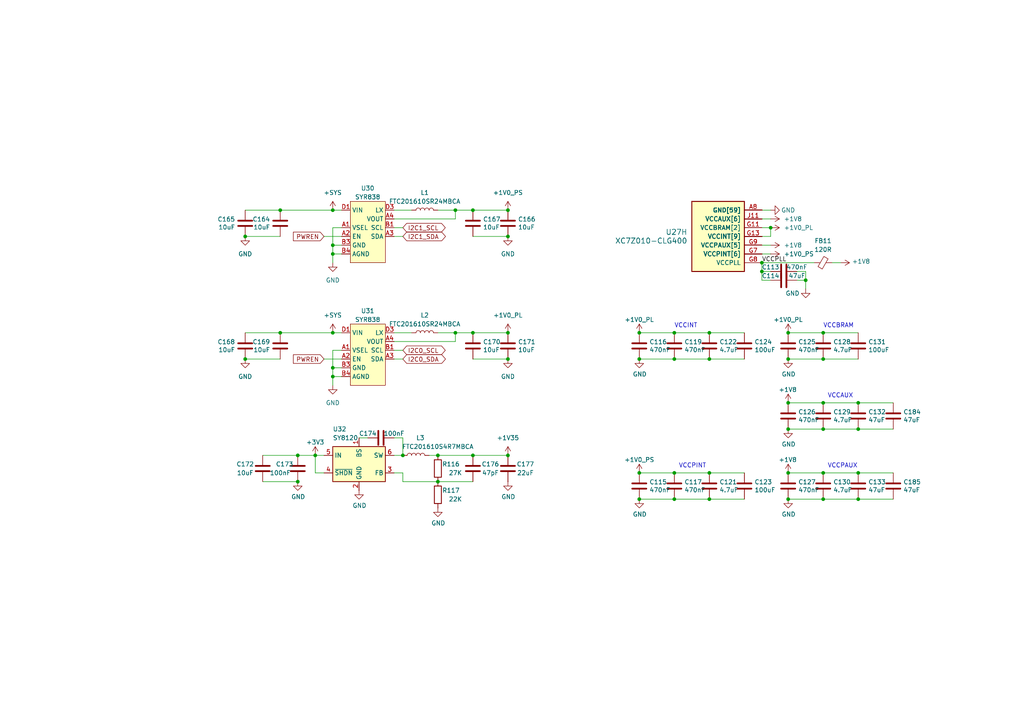
<source format=kicad_sch>
(kicad_sch (version 20231120) (generator "eeschema") (generator_version "8.0")
  (paper "A4")
  (title_block (title "Sitina 1 Mainboard") (date "2023-03-16") (rev "R0.6") (company "Copyright 2023 Wenting Zhang"))
  (junction (at 137.16 96.52))
  (junction (at 127 139.7) (diameter 0.9144))
  (junction (at 195.58 137.16))
  (junction (at 96.52 73.66))
  (junction (at 248.92 124.46))
  (junction (at 147.32 96.52))
  (junction (at 96.52 60.96))
  (junction (at 228.6 137.16))
  (junction (at 185.42 144.78))
  (junction (at 147.32 132.08))
  (junction (at 116.84 132.08))
  (junction (at 195.58 96.52))
  (junction (at 147.32 104.14))
  (junction (at 248.92 144.78))
  (junction (at 220.98 78.74))
  (junction (at 147.32 68.58))
  (junction (at 71.12 104.14))
  (junction (at 86.36 139.7) (diameter 0.9144))
  (junction (at 205.74 104.14))
  (junction (at 238.76 116.84))
  (junction (at 223.52 66.04))
  (junction (at 137.16 60.96))
  (junction (at 228.6 104.14))
  (junction (at 132.08 60.96))
  (junction (at 228.6 96.52))
  (junction (at 147.32 60.96))
  (junction (at 238.76 104.14))
  (junction (at 233.68 81.28))
  (junction (at 238.76 144.78))
  (junction (at 185.42 96.52))
  (junction (at 195.58 104.14))
  (junction (at 91.44 132.08) (diameter 0.9144))
  (junction (at 71.12 68.58))
  (junction (at 132.08 96.52))
  (junction (at 238.76 137.16))
  (junction (at 185.42 104.14))
  (junction (at 96.52 71.12))
  (junction (at 86.36 132.08))
  (junction (at 205.74 144.78))
  (junction (at 195.58 144.78))
  (junction (at 137.16 132.08))
  (junction (at 96.52 109.22))
  (junction (at 220.98 76.2))
  (junction (at 248.92 116.84))
  (junction (at 81.28 96.52))
  (junction (at 205.74 96.52))
  (junction (at 127 132.08) (diameter 0.9144))
  (junction (at 96.52 106.68))
  (junction (at 228.6 116.84))
  (junction (at 238.76 124.46))
  (junction (at 185.42 137.16))
  (junction (at 81.28 60.96))
  (junction (at 248.92 137.16))
  (junction (at 205.74 137.16))
  (junction (at 238.76 96.52))
  (junction (at 228.6 124.46))
  (junction (at 96.52 96.52))
  (junction (at 228.6 144.78))
  (wire (pts (xy 96.52 73.66) (xy 96.52 76.2)))
  (wire (pts (xy 220.98 81.28) (xy 223.52 81.28)))
  (wire (pts (xy 195.58 137.16) (xy 205.74 137.16)))
  (wire (pts (xy 114.3 66.04) (xy 116.84 66.04)))
  (wire (pts (xy 96.52 101.6) (xy 96.52 106.68)))
  (wire (pts (xy 91.44 132.08) (xy 93.98 132.08)))
  (wire (pts (xy 132.08 96.52) (xy 137.16 96.52)))
  (wire (pts (xy 96.52 106.68) (xy 99.06 106.68)))
  (wire (pts (xy 114.3 104.14) (xy 116.84 104.14)))
  (wire (pts (xy 114.3 127) (xy 116.84 127)))
  (wire (pts (xy 220.98 68.58) (xy 223.52 68.58)))
  (wire (pts (xy 147.32 68.58) (xy 137.16 68.58)))
  (wire (pts (xy 114.3 99.06) (xy 132.08 99.06)))
  (wire (pts (xy 114.3 60.96) (xy 119.38 60.96)))
  (wire (pts (xy 114.3 68.58) (xy 116.84 68.58)))
  (wire (pts (xy 228.6 96.52) (xy 238.76 96.52)))
  (wire (pts (xy 96.52 73.66) (xy 99.06 73.66)))
  (wire (pts (xy 71.12 60.96) (xy 81.28 60.96)))
  (wire (pts (xy 220.98 60.96) (xy 223.52 60.96)))
  (wire (pts (xy 238.76 116.84) (xy 248.92 116.84)))
  (wire (pts (xy 116.84 132.08) (xy 114.3 132.08)))
  (wire (pts (xy 116.84 127) (xy 116.84 132.08)))
  (wire (pts (xy 220.98 78.74) (xy 223.52 78.74)))
  (wire (pts (xy 205.74 137.16) (xy 215.9 137.16)))
  (wire (pts (xy 248.92 124.46) (xy 259.08 124.46)))
  (wire (pts (xy 81.28 96.52) (xy 96.52 96.52)))
  (wire (pts (xy 195.58 96.52) (xy 205.74 96.52)))
  (wire (pts (xy 76.2 132.08) (xy 86.36 132.08)))
  (wire (pts (xy 223.52 66.04) (xy 223.52 68.58)))
  (wire (pts (xy 96.52 71.12) (xy 96.52 73.66)))
  (wire (pts (xy 71.12 68.58) (xy 81.28 68.58)))
  (wire (pts (xy 96.52 66.04) (xy 96.52 71.12)))
  (wire (pts (xy 195.58 104.14) (xy 205.74 104.14)))
  (wire (pts (xy 96.52 109.22) (xy 96.52 111.76)))
  (wire (pts (xy 127 139.7) (xy 137.16 139.7)))
  (wire (pts (xy 96.52 106.68) (xy 96.52 109.22)))
  (wire (pts (xy 93.98 68.58) (xy 99.06 68.58)))
  (wire (pts (xy 99.06 101.6) (xy 96.52 101.6)))
  (wire (pts (xy 220.98 73.66) (xy 223.52 73.66)))
  (wire (pts (xy 241.3 76.2) (xy 243.84 76.2)))
  (wire (pts (xy 228.6 144.78) (xy 238.76 144.78)))
  (wire (pts (xy 205.74 144.78) (xy 215.9 144.78)))
  (wire (pts (xy 185.42 96.52) (xy 195.58 96.52)))
  (wire (pts (xy 137.16 132.08) (xy 147.32 132.08)))
  (wire (pts (xy 238.76 137.16) (xy 248.92 137.16)))
  (wire (pts (xy 127 132.08) (xy 124.46 132.08)))
  (wire (pts (xy 104.14 127) (xy 106.68 127)))
  (wire (pts (xy 81.28 60.96) (xy 96.52 60.96)))
  (wire (pts (xy 76.2 139.7) (xy 86.36 139.7)))
  (wire (pts (xy 233.68 78.74) (xy 233.68 81.28)))
  (wire (pts (xy 220.98 71.12) (xy 223.52 71.12)))
  (wire (pts (xy 185.42 137.16) (xy 195.58 137.16)))
  (wire (pts (xy 96.52 71.12) (xy 99.06 71.12)))
  (wire (pts (xy 228.6 104.14) (xy 238.76 104.14)))
  (wire (pts (xy 132.08 99.06) (xy 132.08 96.52)))
  (wire (pts (xy 147.32 104.14) (xy 137.16 104.14)))
  (wire (pts (xy 91.44 132.08) (xy 91.44 137.16)))
  (wire (pts (xy 220.98 76.2) (xy 236.22 76.2)))
  (wire (pts (xy 248.92 144.78) (xy 259.08 144.78)))
  (wire (pts (xy 137.16 60.96) (xy 147.32 60.96)))
  (wire (pts (xy 220.98 66.04) (xy 223.52 66.04)))
  (wire (pts (xy 114.3 63.5) (xy 132.08 63.5)))
  (wire (pts (xy 228.6 116.84) (xy 238.76 116.84)))
  (wire (pts (xy 228.6 137.16) (xy 238.76 137.16)))
  (wire (pts (xy 132.08 60.96) (xy 137.16 60.96)))
  (wire (pts (xy 127 132.08) (xy 137.16 132.08)))
  (wire (pts (xy 96.52 96.52) (xy 99.06 96.52)))
  (wire (pts (xy 99.06 66.04) (xy 96.52 66.04)))
  (wire (pts (xy 238.76 124.46) (xy 248.92 124.46)))
  (wire (pts (xy 238.76 96.52) (xy 248.92 96.52)))
  (wire (pts (xy 231.14 81.28) (xy 233.68 81.28)))
  (wire (pts (xy 93.98 104.14) (xy 99.06 104.14)))
  (wire (pts (xy 116.84 137.16) (xy 116.84 139.7)))
  (wire (pts (xy 96.52 60.96) (xy 99.06 60.96)))
  (wire (pts (xy 205.74 96.52) (xy 215.9 96.52)))
  (wire (pts (xy 71.12 104.14) (xy 81.28 104.14)))
  (wire (pts (xy 220.98 63.5) (xy 223.52 63.5)))
  (wire (pts (xy 220.98 76.2) (xy 220.98 78.74)))
  (wire (pts (xy 220.98 78.74) (xy 220.98 81.28)))
  (wire (pts (xy 248.92 137.16) (xy 259.08 137.16)))
  (wire (pts (xy 71.12 96.52) (xy 81.28 96.52)))
  (wire (pts (xy 132.08 60.96) (xy 127 60.96)))
  (wire (pts (xy 132.08 96.52) (xy 127 96.52)))
  (wire (pts (xy 233.68 81.28) (xy 233.68 83.82)))
  (wire (pts (xy 248.92 116.84) (xy 259.08 116.84)))
  (wire (pts (xy 137.16 96.52) (xy 147.32 96.52)))
  (wire (pts (xy 114.3 96.52) (xy 119.38 96.52)))
  (wire (pts (xy 114.3 101.6) (xy 116.84 101.6)))
  (wire (pts (xy 238.76 144.78) (xy 248.92 144.78)))
  (wire (pts (xy 205.74 104.14) (xy 215.9 104.14)))
  (wire (pts (xy 127 139.7) (xy 116.84 139.7)))
  (wire (pts (xy 238.76 104.14) (xy 248.92 104.14)))
  (wire (pts (xy 96.52 109.22) (xy 99.06 109.22)))
  (wire (pts (xy 231.14 78.74) (xy 233.68 78.74)))
  (wire (pts (xy 185.42 104.14) (xy 195.58 104.14)))
  (wire (pts (xy 185.42 144.78) (xy 195.58 144.78)))
  (wire (pts (xy 93.98 137.16) (xy 91.44 137.16)))
  (wire (pts (xy 195.58 144.78) (xy 205.74 144.78)))
  (wire (pts (xy 114.3 137.16) (xy 116.84 137.16)))
  (wire (pts (xy 132.08 63.5) (xy 132.08 60.96)))
  (wire (pts (xy 86.36 132.08) (xy 91.44 132.08)))
  (wire (pts (xy 228.6 124.46) (xy 238.76 124.46)))
  (text "VCCPINT" (at 196.85 135.89 0) (effects (font (size 1.27 1.27)) (justify left bottom)))
  (text "VCCBRAM" (at 238.76 95.25 0) (effects (font (size 1.27 1.27)) (justify left bottom)))
  (text "VCCINT" (at 195.58 95.25 0) (effects (font (size 1.27 1.27)) (justify left bottom)))
  (text "VCCPAUX" (at 240.03 135.89 0) (effects (font (size 1.27 1.27)) (justify left bottom)))
  (text "VCCAUX" (at 240.03 115.57 0) (effects (font (size 1.27 1.27)) (justify left bottom)))
  (label "VCCPLL" (at 220.98 76.2 0))
  (global_label "PWREN" (shape input) (at 93.98 68.58 180) (property "Intersheetrefs" "${INTERSHEET_REFS}" (effects (hide yes))))
  (global_label "I2C1_SDA" (shape bidirectional) (at 116.84 68.58 0) (property "Intersheetrefs" "${INTERSHEET_REFS}" (effects (hide yes))))
  (global_label "PWREN" (shape input) (at 93.98 104.14 180) (property "Intersheetrefs" "${INTERSHEET_REFS}" (effects (hide yes))))
  (global_label "I2C0_SDA" (shape bidirectional) (at 116.84 104.14 0) (property "Intersheetrefs" "${INTERSHEET_REFS}" (effects (hide yes))))
  (global_label "I2C0_SCL" (shape bidirectional) (at 116.84 101.6 0) (property "Intersheetrefs" "${INTERSHEET_REFS}" (effects (hide yes))))
  (global_label "I2C1_SCL" (shape bidirectional) (at 116.84 66.04 0) (property "Intersheetrefs" "${INTERSHEET_REFS}" (effects (hide yes))))
  (symbol (lib_id "power:+1V0") (at 223.52 73.66 270) (unit 1)
    (property "Reference" "#PWR0214" (effects (hide yes)))
    (property "Value" "+1V0_PS" (at 227.33 73.6599 90) (effects (justify left)))
    (property "Description" "Power symbol creates a global label with name \"+1V0\"" (effects (hide yes)))
  )
  (symbol (lib_id "Device:L") (at 123.19 60.96 90) (unit 1)
    (property "Reference" "L1" (at 123.19 55.88 90))
    (property "Value" "FTC201610SR24MBCA" (at 123.19 58.42 90))
    (property "Footprint" "Inductor_SMD:L_Murata_DFE201610P" (effects (hide yes)))
  )
  (symbol (lib_id "Device:C") (at 110.49 127 270) (unit 1)
    (property "Reference" "C174" (at 106.68 125.73 90))
    (property "Value" "100nF" (at 114.3 125.73 90))
    (property "Footprint" "Capacitor_SMD:C_0402_1005Metric" (effects (hide yes)))
  )
  (symbol (lib_id "power:+3V3") (at 91.44 132.08 0) (unit 1)
    (property "Reference" "#PWR0283" (effects (hide yes)))
    (property "Value" "+3V3" (at 91.44 128.27 0))
  )
  (symbol (lib_id "Device:C") (at 227.33 81.28 270) (unit 1)
    (property "Reference" "C114" (at 223.52 80.01 90))
    (property "Value" "47uF" (at 231.14 80.01 90))
    (property "Footprint" "Capacitor_SMD:C_0805_2012Metric" (effects (hide yes)))
  )
  (symbol (lib_id "Device:C") (at 259.08 120.65 0) (unit 1)
    (property "Reference" "C184" (at 262.001 119.4816 0) (effects (justify left)))
    (property "Value" "47uF" (at 262.001 121.793 0) (effects (justify left)))
    (property "Footprint" "Capacitor_SMD:C_0603_1608Metric" (effects (hide yes)))
  )
  (symbol (lib_id "power:+1V0") (at 228.6 96.52 0) (unit 1)
    (property "Reference" "#PWR0234" (effects (hide yes)))
    (property "Value" "+1V0_PL" (at 228.6 92.71 0))
    (property "Description" "Power symbol creates a global label with name \"+1V0\"" (effects (hide yes)))
  )
  (symbol (lib_id "power:+1V8") (at 228.6 116.84 0) (mirror y) (unit 1)
    (property "Reference" "#PWR0240" (effects (hide yes)))
    (property "Value" "+1V8" (at 231.14 113.03 0) (effects (justify left)))
  )
  (symbol (lib_id "power:GND") (at 71.12 68.58 0) (unit 1)
    (property "Reference" "#PWR0275" (effects (hide yes)))
    (property "Value" "GND" (at 71.12 73.66 0))
    (property "Description" "Power symbol creates a global label with name \"GND\" , ground" (effects (hide yes)))
  )
  (symbol (lib_id "power:GND") (at 228.6 144.78 0) (unit 1)
    (property "Reference" "#PWR0243" (effects (hide yes)))
    (property "Value" "GND" (at 228.727 149.1742 0))
  )
  (symbol (lib_id "power:+1V0") (at 147.32 96.52 0) (unit 1)
    (property "Reference" "#PWR0281" (effects (hide yes)))
    (property "Value" "+1V0_PL" (at 147.32 91.44 0))
    (property "Description" "Power symbol creates a global label with name \"+1V0\"" (effects (hide yes)))
  )
  (symbol (lib_id "Device:C") (at 147.32 64.77 0) (unit 1)
    (property "Reference" "C166" (at 150.241 63.6016 0) (effects (justify left)))
    (property "Value" "10uF" (at 150.241 65.913 0) (effects (justify left)))
    (property "Footprint" "Capacitor_SMD:C_0603_1608Metric" (effects (hide yes)))
  )
  (symbol (lib_id "Device:C") (at 185.42 100.33 0) (unit 1)
    (property "Reference" "C116" (at 188.341 99.1616 0) (effects (justify left)))
    (property "Value" "470nF" (at 188.341 101.473 0) (effects (justify left)))
    (property "Footprint" "Capacitor_SMD:C_0402_1005Metric" (effects (hide yes)))
  )
  (symbol (lib_id "power:GND") (at 127 147.32 0) (unit 1)
    (property "Reference" "#PWR0287" (effects (hide yes)))
    (property "Value" "GND" (at 127.127 151.7142 0))
  )
  (symbol (lib_id "Device:R") (at 127 135.89 180) (unit 1)
    (property "Reference" "R116" (at 130.81 134.62 0))
    (property "Value" "27K" (at 132.08 137.16 0))
    (property "Footprint" "Resistor_SMD:R_0402_1005Metric" (effects (hide yes)))
  )
  (symbol (lib_id "Device:C") (at 76.2 135.89 0) (mirror y) (unit 1)
    (property "Reference" "C172" (at 71.12 134.62 0))
    (property "Value" "10uF" (at 71.12 137.16 0))
    (property "Footprint" "Capacitor_SMD:C_0603_1608Metric" (effects (hide yes)))
  )
  (symbol (lib_id "power:+1V35") (at 147.32 132.08 0) (unit 1)
    (property "Reference" "#PWR0284" (effects (hide yes)))
    (property "Value" "+1V35" (at 147.32 127 0))
    (property "Description" "Power symbol creates a global label with name \"+1V35\"" (effects (hide yes)))
  )
  (symbol (lib_id "power:+1V8") (at 223.52 63.5 270) (mirror x) (unit 1)
    (property "Reference" "#PWR0213" (effects (hide yes)))
    (property "Value" "+1V8" (at 227.33 63.5 90) (effects (justify left)))
  )
  (symbol (lib_id "power:GND") (at 228.6 124.46 0) (unit 1)
    (property "Reference" "#PWR0241" (effects (hide yes)))
    (property "Value" "GND" (at 228.727 128.8542 0))
  )
  (symbol (lib_id "symbols:XC7Z007S-CLG400") (at 220.98 60.96 0) (mirror y) (unit 8)
    (property "Reference" "U27" (at 199.39 67.31 0) (effects (font (size 1.524 1.524)) (justify left)))
    (property "Value" "XC7Z010-CLG400" (at 199.39 69.85 0) (effects (font (size 1.524 1.524)) (justify left)))
    (property "Footprint" "Package_BGA:Xilinx_CLG400" (effects (hide yes)))
    (property "desc" "xc7z007sclg400" (effects (hide yes)))
  )
  (symbol (lib_id "power:GND") (at 104.14 142.24 0) (unit 1)
    (property "Reference" "#PWR0285" (effects (hide yes)))
    (property "Value" "GND" (at 104.267 146.6342 0))
  )
  (symbol (lib_id "power:GND") (at 96.52 76.2 0) (unit 1)
    (property "Reference" "#PWR0274" (effects (hide yes)))
    (property "Value" "GND" (at 96.52 81.28 0))
    (property "Description" "Power symbol creates a global label with name \"GND\" , ground" (effects (hide yes)))
  )
  (symbol (lib_id "Device:C") (at 81.28 100.33 0) (mirror y) (unit 1)
    (property "Reference" "C169" (at 78.359 99.1616 0) (effects (justify left)))
    (property "Value" "10uF" (at 78.359 101.473 0) (effects (justify left)))
    (property "Footprint" "Capacitor_SMD:C_0603_1608Metric" (effects (hide yes)))
  )
  (symbol (lib_id "power:GND") (at 147.32 139.7 0) (unit 1)
    (property "Reference" "#PWR0289" (effects (hide yes)))
    (property "Value" "GND" (at 147.447 144.0942 0))
  )
  (symbol (lib_id "power:+1V8") (at 243.84 76.2 270) (mirror x) (unit 1)
    (property "Reference" "#PWR0225" (effects (hide yes)))
    (property "Value" "+1V8" (at 247.0912 75.819 90) (effects (justify left)))
  )
  (symbol (lib_id "power:GND") (at 71.12 104.14 0) (unit 1)
    (property "Reference" "#PWR0278" (effects (hide yes)))
    (property "Value" "GND" (at 71.12 109.22 0))
    (property "Description" "Power symbol creates a global label with name \"GND\" , ground" (effects (hide yes)))
  )
  (symbol (lib_id "Device:C") (at 228.6 120.65 0) (unit 1)
    (property "Reference" "C126" (at 231.521 119.4816 0) (effects (justify left)))
    (property "Value" "470nF" (at 231.521 121.793 0) (effects (justify left)))
    (property "Footprint" "Capacitor_SMD:C_0402_1005Metric" (effects (hide yes)))
  )
  (symbol (lib_id "power:GND") (at 96.52 111.76 0) (unit 1)
    (property "Reference" "#PWR0280" (effects (hide yes)))
    (property "Value" "GND" (at 96.52 116.84 0))
    (property "Description" "Power symbol creates a global label with name \"GND\" , ground" (effects (hide yes)))
  )
  (symbol (lib_id "Device:C") (at 238.76 100.33 0) (unit 1)
    (property "Reference" "C128" (at 241.681 99.1616 0) (effects (justify left)))
    (property "Value" "4.7uF" (at 241.681 101.473 0) (effects (justify left)))
    (property "Footprint" "Capacitor_SMD:C_0603_1608Metric" (effects (hide yes)))
  )
  (symbol (lib_id "Device:C") (at 248.92 140.97 0) (unit 1)
    (property "Reference" "C133" (at 251.841 139.8016 0) (effects (justify left)))
    (property "Value" "47uF" (at 251.841 142.113 0) (effects (justify left)))
    (property "Footprint" "Capacitor_SMD:C_0603_1608Metric" (effects (hide yes)))
  )
  (symbol (lib_id "power:+1V0") (at 223.52 66.04 270) (unit 1)
    (property "Reference" "#PWR0215" (effects (hide yes)))
    (property "Value" "+1V0_PL" (at 227.33 66.0399 90) (effects (justify left)))
    (property "Description" "Power symbol creates a global label with name \"+1V0\"" (effects (hide yes)))
  )
  (symbol (lib_id "Device:C") (at 81.28 64.77 0) (mirror y) (unit 1)
    (property "Reference" "C164" (at 78.359 63.6016 0) (effects (justify left)))
    (property "Value" "10uF" (at 78.359 65.913 0) (effects (justify left)))
    (property "Footprint" "Capacitor_SMD:C_0603_1608Metric" (effects (hide yes)))
  )
  (symbol (lib_id "Device:C") (at 71.12 64.77 0) (mirror y) (unit 1)
    (property "Reference" "C165" (at 68.199 63.6016 0) (effects (justify left)))
    (property "Value" "10uF" (at 68.199 65.913 0) (effects (justify left)))
    (property "Footprint" "Capacitor_SMD:C_0603_1608Metric" (effects (hide yes)))
  )
  (symbol (lib_id "Device:L") (at 123.19 96.52 90) (unit 1)
    (property "Reference" "L2" (at 123.19 91.44 90))
    (property "Value" "FTC201610SR24MBCA" (at 123.19 93.98 90))
    (property "Footprint" "Inductor_SMD:L_Murata_DFE201610P" (effects (hide yes)))
  )
  (symbol (lib_id "Device:C") (at 137.16 135.89 180) (unit 1)
    (property "Reference" "C176" (at 142.24 134.62 0))
    (property "Value" "47pF" (at 142.24 137.16 0))
    (property "Footprint" "Capacitor_SMD:C_0402_1005Metric" (effects (hide yes)))
  )
  (symbol (lib_id "Device:C") (at 228.6 100.33 0) (unit 1)
    (property "Reference" "C125" (at 231.521 99.1616 0) (effects (justify left)))
    (property "Value" "470nF" (at 231.521 101.473 0) (effects (justify left)))
    (property "Footprint" "Capacitor_SMD:C_0402_1005Metric" (effects (hide yes)))
  )
  (symbol (lib_id "power:+1V8") (at 228.6 137.16 0) (mirror y) (unit 1)
    (property "Reference" "#PWR0242" (effects (hide yes)))
    (property "Value" "+1V8" (at 231.14 133.35 0) (effects (justify left)))
  )
  (symbol (lib_id "power:GND") (at 86.36 139.7 0) (unit 1)
    (property "Reference" "#PWR0217" (effects (hide yes)))
    (property "Value" "GND" (at 86.487 144.0942 0))
  )
  (symbol (lib_id "Device:C") (at 215.9 100.33 0) (unit 1)
    (property "Reference" "C124" (at 218.821 99.1616 0) (effects (justify left)))
    (property "Value" "100uF" (at 218.821 101.473 0) (effects (justify left)))
    (property "Footprint" "Capacitor_SMD:C_0805_2012Metric" (effects (hide yes)))
  )
  (symbol (lib_id "Device:C") (at 227.33 78.74 270) (unit 1)
    (property "Reference" "C113" (at 223.52 77.47 90))
    (property "Value" "470nF" (at 231.14 77.47 90))
    (property "Footprint" "Capacitor_SMD:C_0402_1005Metric" (effects (hide yes)))
  )
  (symbol (lib_id "Device:FerriteBead_Small") (at 238.76 76.2 90) (unit 1)
    (property "Reference" "FB11" (at 238.7219 69.85 90))
    (property "Value" "120R" (at 238.7219 72.39 90))
    (property "Footprint" "Resistor_SMD:R_0402_1005Metric" (effects (hide yes)))
  )
  (symbol (lib_id "Device:C") (at 195.58 100.33 0) (unit 1)
    (property "Reference" "C119" (at 198.501 99.1616 0) (effects (justify left)))
    (property "Value" "470nF" (at 198.501 101.473 0) (effects (justify left)))
    (property "Footprint" "Capacitor_SMD:C_0402_1005Metric" (effects (hide yes)))
  )
  (symbol (lib_id "Device:R") (at 127 143.51 180) (unit 1)
    (property "Reference" "R117" (at 130.81 142.24 0))
    (property "Value" "22K" (at 132.08 144.78 0))
    (property "Footprint" "Resistor_SMD:R_0402_1005Metric" (effects (hide yes)))
  )
  (symbol (lib_id "symbols:+SYS") (at 96.52 60.96 0) (unit 1)
    (property "Reference" "#PWR0273" (effects (hide yes)))
    (property "Value" "+SYS" (at 96.52 55.88 0))
  )
  (symbol (lib_id "power:GND") (at 228.6 104.14 0) (unit 1)
    (property "Reference" "#PWR0239" (effects (hide yes)))
    (property "Value" "GND" (at 228.727 108.5342 0))
  )
  (symbol (lib_id "symbols:SY8120") (at 104.14 134.62 0) (unit 1)
    (property "Reference" "U32" (at 96.52 124.46 0) (effects (justify left)))
    (property "Value" "SY8120" (at 96.52 127 0) (effects (justify left)))
    (property "Footprint" "Package_TO_SOT_SMD:TSOT-23-6" (effects (hide yes)))
  )
  (symbol (lib_id "Device:C") (at 137.16 64.77 0) (unit 1)
    (property "Reference" "C167" (at 140.081 63.6016 0) (effects (justify left)))
    (property "Value" "10uF" (at 140.081 65.913 0) (effects (justify left)))
    (property "Footprint" "Capacitor_SMD:C_0603_1608Metric" (effects (hide yes)))
  )
  (symbol (lib_id "Device:C") (at 86.36 135.89 180) (unit 1)
    (property "Reference" "C173" (at 82.55 134.62 0))
    (property "Value" "100nF" (at 81.28 137.16 0))
    (property "Footprint" "Capacitor_SMD:C_0402_1005Metric" (effects (hide yes)))
  )
  (symbol (lib_id "Device:C") (at 137.16 100.33 0) (unit 1)
    (property "Reference" "C170" (at 140.081 99.1616 0) (effects (justify left)))
    (property "Value" "10uF" (at 140.081 101.473 0) (effects (justify left)))
    (property "Footprint" "Capacitor_SMD:C_0603_1608Metric" (effects (hide yes)))
  )
  (symbol (lib_id "power:GND") (at 233.68 83.82 0) (unit 1)
    (property "Reference" "#PWR0224" (effects (hide yes)))
    (property "Value" "GND" (at 229.87 85.09 0))
  )
  (symbol (lib_id "Device:C") (at 205.74 140.97 0) (unit 1)
    (property "Reference" "C121" (at 208.661 139.8016 0) (effects (justify left)))
    (property "Value" "4.7uF" (at 208.661 142.113 0) (effects (justify left)))
    (property "Footprint" "Capacitor_SMD:C_0603_1608Metric" (effects (hide yes)))
  )
  (symbol (lib_id "power:+1V8") (at 223.52 71.12 270) (mirror x) (unit 1)
    (property "Reference" "#PWR0216" (effects (hide yes)))
    (property "Value" "+1V8" (at 227.33 71.12 90) (effects (justify left)))
  )
  (symbol (lib_id "Device:C") (at 248.92 120.65 0) (unit 1)
    (property "Reference" "C132" (at 251.841 119.4816 0) (effects (justify left)))
    (property "Value" "47uF" (at 251.841 121.793 0) (effects (justify left)))
    (property "Footprint" "Capacitor_SMD:C_0603_1608Metric" (effects (hide yes)))
  )
  (symbol (lib_id "power:GND") (at 223.52 60.96 90) (unit 1)
    (property "Reference" "#PWR0212" (effects (hide yes)))
    (property "Value" "GND" (at 228.6 60.96 90))
  )
  (symbol (lib_id "Device:C") (at 195.58 140.97 0) (unit 1)
    (property "Reference" "C117" (at 198.501 139.8016 0) (effects (justify left)))
    (property "Value" "470nF" (at 198.501 142.113 0) (effects (justify left)))
    (property "Footprint" "Capacitor_SMD:C_0402_1005Metric" (effects (hide yes)))
  )
  (symbol (lib_id "power:+1V0") (at 147.32 60.96 0) (unit 1)
    (property "Reference" "#PWR0277" (effects (hide yes)))
    (property "Value" "+1V0_PS" (at 147.32 55.88 0))
    (property "Description" "Power symbol creates a global label with name \"+1V0\"" (effects (hide yes)))
  )
  (symbol (lib_id "Device:C") (at 248.92 100.33 0) (unit 1)
    (property "Reference" "C131" (at 251.841 99.1616 0) (effects (justify left)))
    (property "Value" "100uF" (at 251.841 101.473 0) (effects (justify left)))
    (property "Footprint" "Capacitor_SMD:C_0805_2012Metric" (effects (hide yes)))
  )
  (symbol (lib_id "symbols:+SYS") (at 96.52 96.52 0) (unit 1)
    (property "Reference" "#PWR0279" (effects (hide yes)))
    (property "Value" "+SYS" (at 96.52 91.44 0))
  )
  (symbol (lib_id "Device:C") (at 71.12 100.33 0) (mirror y) (unit 1)
    (property "Reference" "C168" (at 68.199 99.1616 0) (effects (justify left)))
    (property "Value" "10uF" (at 68.199 101.473 0) (effects (justify left)))
    (property "Footprint" "Capacitor_SMD:C_0603_1608Metric" (effects (hide yes)))
  )
  (symbol (lib_id "power:GND") (at 147.32 68.58 0) (mirror y) (unit 1)
    (property "Reference" "#PWR0276" (effects (hide yes)))
    (property "Value" "GND" (at 147.32 73.66 0))
    (property "Description" "Power symbol creates a global label with name \"GND\" , ground" (effects (hide yes)))
  )
  (symbol (lib_id "Device:C") (at 147.32 135.89 0) (unit 1)
    (property "Reference" "C177" (at 152.4 134.62 0))
    (property "Value" "22uF" (at 152.4 137.16 0))
    (property "Footprint" "Capacitor_SMD:C_0603_1608Metric" (effects (hide yes)))
  )
  (symbol (lib_id "Device:C") (at 259.08 140.97 0) (unit 1)
    (property "Reference" "C185" (at 262.001 139.8016 0) (effects (justify left)))
    (property "Value" "47uF" (at 262.001 142.113 0) (effects (justify left)))
    (property "Footprint" "Capacitor_SMD:C_0603_1608Metric" (effects (hide yes)))
  )
  (symbol (lib_id "Device:C") (at 147.32 100.33 0) (unit 1)
    (property "Reference" "C171" (at 150.241 99.1616 0) (effects (justify left)))
    (property "Value" "10uF" (at 150.241 101.473 0) (effects (justify left)))
    (property "Footprint" "Capacitor_SMD:C_0603_1608Metric" (effects (hide yes)))
  )
  (symbol (lib_id "power:+1V0") (at 185.42 137.16 0) (unit 1)
    (property "Reference" "#PWR0244" (effects (hide yes)))
    (property "Value" "+1V0_PS" (at 185.42 133.35 0))
    (property "Description" "Power symbol creates a global label with name \"+1V0\"" (effects (hide yes)))
  )
  (symbol (lib_id "Device:C") (at 238.76 120.65 0) (unit 1)
    (property "Reference" "C129" (at 241.681 119.4816 0) (effects (justify left)))
    (property "Value" "4.7uF" (at 241.681 121.793 0) (effects (justify left)))
    (property "Footprint" "Capacitor_SMD:C_0603_1608Metric" (effects (hide yes)))
  )
  (symbol (lib_id "power:+1V0") (at 185.42 96.52 0) (unit 1)
    (property "Reference" "#PWR0229" (effects (hide yes)))
    (property "Value" "+1V0_PL" (at 185.42 92.71 0))
    (property "Description" "Power symbol creates a global label with name \"+1V0\"" (effects (hide yes)))
  )
  (symbol (lib_id "Device:C") (at 228.6 140.97 0) (unit 1)
    (property "Reference" "C127" (at 231.521 139.8016 0) (effects (justify left)))
    (property "Value" "470nF" (at 231.521 142.113 0) (effects (justify left)))
    (property "Footprint" "Capacitor_SMD:C_0402_1005Metric" (effects (hide yes)))
  )
  (symbol (lib_id "symbols:SYR838") (at 106.68 93.98 0) (unit 1)
    (property "Reference" "U31" (at 106.6502 90.17 0))
    (property "Value" "SYR838" (at 106.6502 92.71 0))
    (property "Footprint" "footprints:CSP-20_4x5_1.6x2.0mm" (effects (hide yes)))
  )
  (symbol (lib_id "power:GND") (at 185.42 144.78 0) (unit 1)
    (property "Reference" "#PWR0228" (effects (hide yes)))
    (property "Value" "GND" (at 185.547 149.1742 0))
  )
  (symbol (lib_id "Device:C") (at 185.42 140.97 0) (unit 1)
    (property "Reference" "C115" (at 188.341 139.8016 0) (effects (justify left)))
    (property "Value" "470nF" (at 188.341 142.113 0) (effects (justify left)))
    (property "Footprint" "Capacitor_SMD:C_0402_1005Metric" (effects (hide yes)))
  )
  (symbol (lib_id "power:GND") (at 185.42 104.14 0) (unit 1)
    (property "Reference" "#PWR0230" (effects (hide yes)))
    (property "Value" "GND" (at 185.547 108.5342 0))
  )
  (symbol (lib_id "Device:C") (at 215.9 140.97 0) (unit 1)
    (property "Reference" "C123" (at 218.821 139.8016 0) (effects (justify left)))
    (property "Value" "100uF" (at 218.821 142.113 0) (effects (justify left)))
    (property "Footprint" "Capacitor_SMD:C_0805_2012Metric" (effects (hide yes)))
  )
  (symbol (lib_id "symbols:SYR838") (at 106.68 58.42 0) (unit 1)
    (property "Reference" "U30" (at 106.6502 54.61 0))
    (property "Value" "SYR838" (at 106.6502 57.15 0))
    (property "Footprint" "footprints:CSP-20_4x5_1.6x2.0mm" (effects (hide yes)))
  )
  (symbol (lib_id "Device:C") (at 238.76 140.97 0) (unit 1)
    (property "Reference" "C130" (at 241.681 139.8016 0) (effects (justify left)))
    (property "Value" "4.7uF" (at 241.681 142.113 0) (effects (justify left)))
    (property "Footprint" "Capacitor_SMD:C_0603_1608Metric" (effects (hide yes)))
  )
  (symbol (lib_id "power:GND") (at 147.32 104.14 0) (mirror y) (unit 1)
    (property "Reference" "#PWR0282" (effects (hide yes)))
    (property "Value" "GND" (at 147.32 109.22 0))
    (property "Description" "Power symbol creates a global label with name \"GND\" , ground" (effects (hide yes)))
  )
  (symbol (lib_id "Device:L") (at 120.65 132.08 90) (unit 1)
    (property "Reference" "L3" (at 121.92 127 90))
    (property "Value" "FTC201610S4R7MBCA" (at 127 129.54 90))
    (property "Footprint" "Inductor_SMD:L_Murata_DFE201610P" (effects (hide yes)))
  )
  (symbol (lib_id "Device:C") (at 205.74 100.33 0) (unit 1)
    (property "Reference" "C122" (at 208.661 99.1616 0) (effects (justify left)))
    (property "Value" "4.7uF" (at 208.661 101.473 0) (effects (justify left)))
    (property "Footprint" "Capacitor_SMD:C_0603_1608Metric" (effects (hide yes)))
  )
)
</source>
